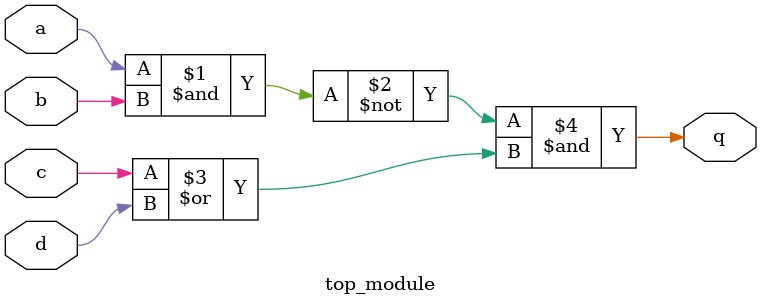
<source format=sv>
module top_module (
	input a, 
	input b, 
	input c, 
	input d,
	output q
);

	assign q = ~(a & b) & (c | d);
endmodule

</source>
